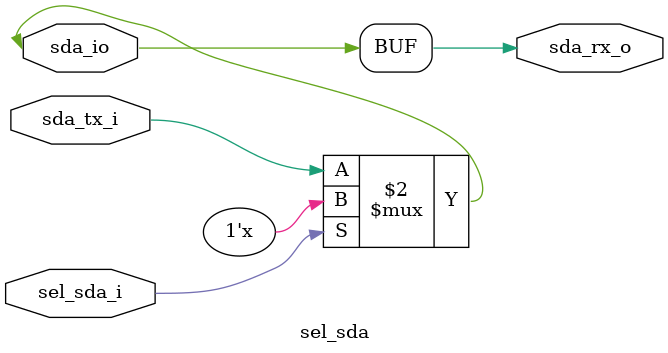
<source format=sv>
module sel_sda
(
	input sel_sda_i,
	input sda_tx_i,
	output logic sda_rx_o, //data to rx_i
	inout  wire sda_io
);

	assign sda_io = (sel_sda_i == 1'b0) ? sda_tx_i : 1'bz; // tx control sda (output) when sel is low
	assign sda_rx_o = sda_io; 
	
endmodule
</source>
